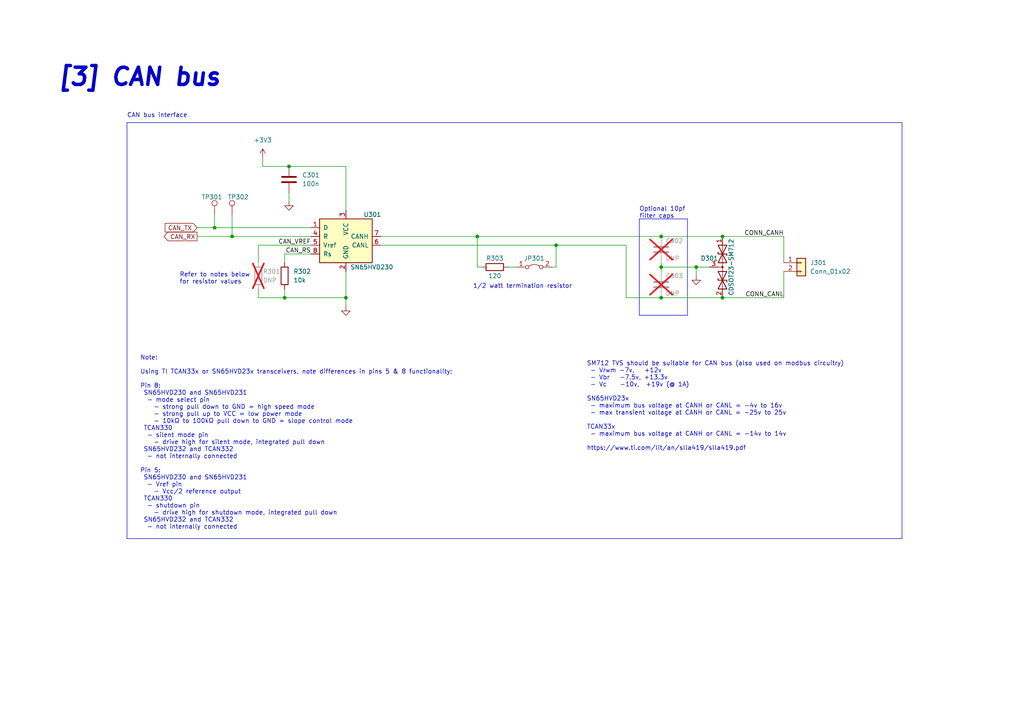
<source format=kicad_sch>
(kicad_sch (version 20230121) (generator eeschema)
  (paper "A4")
  (title_block (title "grblPANEL") (date "2022-12-12") (rev "B") (company "dresco"))
  (lib_symbols
    (symbol "Connector:TestPoint" (pin_numbers hide) (pin_names (offset 0.762) hide)
      (property "Reference" "TP" (at 0 6.858 0))
      (property "Value" "TestPoint" (at 0 5.08 0))
      (symbol "TestPoint_0_1"
        (circle (center 0 3.302) (radius 0.762))
      )
      (symbol "TestPoint_1_1"
        (pin passive line (at 0 0 90) (length 2.54) (name "1") (number "1"))
      )
    )
    (symbol "Connector_Generic:Conn_01x02" (pin_names (offset 1.016) hide)
      (property "Reference" "J" (at 0 2.54 0))
      (property "Value" "Conn_01x02" (at 0 -5.08 0))
      (symbol "Conn_01x02_1_1"
        (rectangle (start -1.27 -2.413) (end 0 -2.667) (stroke (width 0.1524)))
        (rectangle (start -1.27 0.127) (end 0 -0.127) (stroke (width 0.1524)))
        (rectangle (start -1.27 1.27) (end 1.27 -3.81) (stroke (width 0.254)) (fill (type background)))
        (pin passive line (at -5.08 0 0) (length 3.81) (name "Pin_1") (number "1"))
        (pin passive line (at -5.08 -2.54 0) (length 3.81) (name "Pin_2") (number "2"))
      )
    )
    (symbol "Device:C" (pin_numbers hide) (pin_names (offset 0.254))
      (property "Reference" "C" (at 0.635 2.54 0))
      (property "Value" "C" (at 0.635 -2.54 0))
      (symbol "C_0_1"
        (polyline (pts (xy -2.032 -0.762) (xy 2.032 -0.762)) (stroke (width 0.508)))
        (polyline (pts (xy -2.032 0.762) (xy 2.032 0.762)) (stroke (width 0.508)))
      )
      (symbol "C_1_1"
        (pin passive line (at 0 3.81 270) (length 2.794) (name "~") (number "1"))
        (pin passive line (at 0 -3.81 90) (length 2.794) (name "~") (number "2"))
      )
    )
    (symbol "Device:D_TVS_Dual_AAC" (pin_names (offset 1.016) hide)
      (property "Reference" "D" (at 0 4.445 0))
      (property "Value" "D_TVS_Dual_AAC" (at 0 2.54 0))
      (symbol "D_TVS_Dual_AAC_0_0"
        (polyline (pts (xy 0 -1.27) (xy 0 0)))
      )
      (symbol "D_TVS_Dual_AAC_0_1"
        (polyline (pts (xy -6.35 0) (xy 6.35 0)))
        (polyline (pts (xy -3.302 1.27) (xy -3.81 1.27) (xy -3.81 -1.27) (xy -4.318 -1.27)) (stroke (width 0.254)))
        (polyline (pts (xy 4.318 1.27) (xy 3.81 1.27) (xy 3.81 -1.27) (xy 3.302 -1.27)) (stroke (width 0.254)))
        (polyline (pts (xy -6.35 1.27) (xy -1.27 -1.27) (xy -1.27 1.27) (xy -6.35 -1.27) (xy -6.35 1.27)) (stroke (width 0.254)))
        (polyline (pts (xy 6.35 1.27) (xy 1.27 -1.27) (xy 1.27 1.27) (xy 6.35 -1.27) (xy 6.35 1.27)) (stroke (width 0.254)))
        (circle (center 0 0) (radius 0.254) (fill (type outline)))
      )
      (symbol "D_TVS_Dual_AAC_1_1"
        (pin passive line (at -8.89 0 0) (length 2.54) (name "A1") (number "1"))
        (pin passive line (at 8.89 0 180) (length 2.54) (name "A2") (number "2"))
        (pin input line (at 0 -3.81 90) (length 2.54) (name "common") (number "3"))
      )
    )
    (symbol "Device:R" (pin_numbers hide) (pin_names (offset 0))
      (property "Reference" "R" (at 2.032 0 90))
      (property "Value" "R" (at 0 0 90))
      (symbol "R_0_1"
        (rectangle (start -1.016 -2.54) (end 1.016 2.54) (stroke (width 0.254)))
      )
      (symbol "R_1_1"
        (pin passive line (at 0 3.81 270) (length 1.27) (name "~") (number "1"))
        (pin passive line (at 0 -3.81 90) (length 1.27) (name "~") (number "2"))
      )
    )
    (symbol "Interface_CAN_LIN:SN65HVD230" (pin_names (offset 1.016))
      (property "Reference" "U" (at -2.54 10.16 0))
      (property "Value" "SN65HVD230" (at -2.54 7.62 0))
      (symbol "SN65HVD230_0_1"
        (rectangle (start -7.62 5.08) (end 7.62 -7.62) (stroke (width 0.254)) (fill (type background)))
      )
      (symbol "SN65HVD230_1_1"
        (pin input line (at -10.16 2.54 0) (length 2.54) (name "D") (number "1"))
        (pin power_in line (at 0 -10.16 90) (length 2.54) (name "GND") (number "2"))
        (pin power_in line (at 0 7.62 270) (length 2.54) (name "VCC") (number "3"))
        (pin output line (at -10.16 0 0) (length 2.54) (name "R") (number "4"))
        (pin output line (at -10.16 -2.54 0) (length 2.54) (name "Vref") (number "5"))
        (pin bidirectional line (at 10.16 -2.54 180) (length 2.54) (name "CANL") (number "6"))
        (pin bidirectional line (at 10.16 0 180) (length 2.54) (name "CANH") (number "7"))
        (pin input line (at -10.16 -5.08 0) (length 2.54) (name "Rs") (number "8"))
      )
    )
    (symbol "Jumper:Jumper_2_Bridged" (pin_names (offset 0) hide)
      (property "Reference" "JP" (at 0 1.905 0))
      (property "Value" "Jumper_2_Bridged" (at 0 -2.54 0))
      (symbol "Jumper_2_Bridged_0_0"
        (circle (center -2.032 0) (radius 0.508))
        (circle (center 2.032 0) (radius 0.508))
      )
      (symbol "Jumper_2_Bridged_0_1"
        (arc (start 1.524 0.254) (mid 0 0.762) (end -1.524 0.254))
      )
      (symbol "Jumper_2_Bridged_1_1"
        (pin passive line (at -5.08 0 0) (length 2.54) (name "A") (number "1"))
        (pin passive line (at 5.08 0 180) (length 2.54) (name "B") (number "2"))
      )
    )
    (symbol "power:+3V3" (power) (pin_names (offset 0))
      (property "Value" "+3V3" (at 0 3.556 0))
      (symbol "+3V3_0_1"
        (polyline (pts (xy -0.762 1.27) (xy 0 2.54)))
        (polyline (pts (xy 0 0) (xy 0 2.54)))
        (polyline (pts (xy 0 2.54) (xy 0.762 1.27)))
      )
      (symbol "+3V3_1_1"
        (pin power_in line (at 0 0 90) (length 0) hide (name "+3V3") (number "1"))
      )
    )
    (symbol "power:GND" (power) (pin_names (offset 0))
      (property "Value" "GND" (at 0 -3.81 0))
      (symbol "GND_0_1"
        (polyline (pts (xy 0 0) (xy 0 -1.27) (xy 1.27 -1.27) (xy 0 -2.54) (xy -1.27 -1.27) (xy 0 -1.27)))
      )
      (symbol "GND_1_1"
        (pin power_in line (at 0 0 270) (length 0) hide (name "GND") (number "1"))
      )
    )
  )
  (junction (at 82.55 86.36))
  (junction (at 209.55 86.36))
  (junction (at 191.77 86.36))
  (junction (at 191.77 68.58))
  (junction (at 209.55 68.58))
  (junction (at 201.93 77.47))
  (junction (at 138.43 68.58))
  (junction (at 62.23 66.04))
  (junction (at 161.29 71.12))
  (junction (at 67.31 68.58))
  (junction (at 191.77 77.47))
  (junction (at 100.33 86.36))
  (junction (at 83.82 48.26))
  (polyline (pts (xy 261.62 156.21) (xy 36.83 156.21)))
  (wire (pts (xy 83.82 48.26) (xy 100.33 48.26)))
  (wire (pts (xy 82.55 73.66) (xy 82.55 76.2)))
  (polyline (pts (xy 199.39 91.44) (xy 185.42 91.44)))
  (wire (pts (xy 138.43 77.47) (xy 139.7 77.47)))
  (wire (pts (xy 62.23 66.04) (xy 90.17 66.04)))
  (wire (pts (xy 76.2 45.72) (xy 76.2 48.26)))
  (wire (pts (xy 82.55 73.66) (xy 90.17 73.66)))
  (wire (pts (xy 57.15 66.04) (xy 62.23 66.04)))
  (polyline (pts (xy 199.39 63.5) (xy 199.39 91.44)))
  (wire (pts (xy 205.74 77.47) (xy 201.93 77.47)))
  (wire (pts (xy 83.82 55.88) (xy 83.82 58.42)))
  (wire (pts (xy 67.31 68.58) (xy 90.17 68.58)))
  (wire (pts (xy 181.61 71.12) (xy 181.61 86.36)))
  (wire (pts (xy 82.55 86.36) (xy 100.33 86.36)))
  (wire (pts (xy 62.23 62.23) (xy 62.23 66.04)))
  (wire (pts (xy 191.77 68.58) (xy 209.55 68.58)))
  (polyline (pts (xy 185.42 63.5) (xy 199.39 63.5)))
  (wire (pts (xy 110.49 71.12) (xy 161.29 71.12)))
  (polyline (pts (xy 261.62 35.56) (xy 261.62 156.21)))
  (wire (pts (xy 227.33 78.74) (xy 227.33 86.36)))
  (wire (pts (xy 74.93 86.36) (xy 82.55 86.36)))
  (wire (pts (xy 100.33 48.26) (xy 100.33 60.96)))
  (wire (pts (xy 100.33 78.74) (xy 100.33 86.36)))
  (wire (pts (xy 100.33 86.36) (xy 100.33 88.9)))
  (polyline (pts (xy 185.42 63.5) (xy 185.42 91.44)))
  (wire (pts (xy 110.49 68.58) (xy 138.43 68.58)))
  (polyline (pts (xy 36.83 35.56) (xy 261.62 35.56)))
  (wire (pts (xy 57.15 68.58) (xy 67.31 68.58)))
  (wire (pts (xy 74.93 71.12) (xy 90.17 71.12)))
  (wire (pts (xy 191.77 76.2) (xy 191.77 77.47)))
  (wire (pts (xy 82.55 83.82) (xy 82.55 86.36)))
  (wire (pts (xy 161.29 71.12) (xy 161.29 77.47)))
  (wire (pts (xy 201.93 77.47) (xy 191.77 77.47)))
  (wire (pts (xy 138.43 68.58) (xy 191.77 68.58)))
  (wire (pts (xy 161.29 71.12) (xy 181.61 71.12)))
  (wire (pts (xy 138.43 68.58) (xy 138.43 77.47)))
  (wire (pts (xy 209.55 86.36) (xy 191.77 86.36)))
  (wire (pts (xy 147.32 77.47) (xy 149.86 77.47)))
  (wire (pts (xy 227.33 76.2) (xy 227.33 68.58)))
  (wire (pts (xy 181.61 86.36) (xy 191.77 86.36)))
  (polyline (pts (xy 36.83 156.21) (xy 36.83 35.56)))
  (wire (pts (xy 209.55 68.58) (xy 227.33 68.58)))
  (wire (pts (xy 67.31 62.23) (xy 67.31 68.58)))
  (wire (pts (xy 191.77 77.47) (xy 191.77 78.74)))
  (wire (pts (xy 74.93 83.82) (xy 74.93 86.36)))
  (wire (pts (xy 201.93 77.47) (xy 201.93 80.01)))
  (wire (pts (xy 160.02 77.47) (xy 161.29 77.47)))
  (wire (pts (xy 227.33 86.36) (xy 209.55 86.36)))
  (wire (pts (xy 74.93 76.2) (xy 74.93 71.12)))
  (wire (pts (xy 76.2 48.26) (xy 83.82 48.26)))
  (text "Note:\n\nUsing TI TCAN33x or SN65HVD23x transceivers, note differences in pins 5 & 8 functionality;\n\nPin 8:\n SN65HVD230 and SN65HVD231\n  - mode select pin\n    - strong pull down to GND = high speed mode\n    - strong pull up to VCC = low power mode\n    - 10kΩ to 100kΩ pull down to GND = slope control mode\n TCAN330\n  - silent mode pin\n    - drive high for silent mode, integrated pull down\n SN65HVD232 and TCAN332\n  - not internally connected\n\nPin 5:\n SN65HVD230 and SN65HVD231\n  - Vref pin \n    - Vcc/2 reference output\n TCAN330\n  - shutdown pin\n    - drive high for shutdown mode, integrated pull down\n SN65HVD232 and TCAN332\n  - not internally connected" (at 40.64 153.67 0) (effects (font (size 1.27 1.27)) (justify left bottom)))
  (text "[3] CAN bus" (at 16.51 25.4 0) (effects (font (size 5 5) (thickness 1) bold italic) (justify left bottom)))
  (text "CAN bus interface" (at 36.83 34.29 0) (effects (font (size 1.27 1.27)) (justify left bottom)))
  (text "SM712 TVS should be suitable for CAN bus (also used on modbus circuitry)\n - Vrwm -7v,   +12v\n - Vbr   -7.5v, +13.3v\n - Vc    -10v,  +19v (@ 1A)\n\nSN65HVD23x\n - maximum bus voltage at CANH or CANL = -4v to 16v\n - max transient voltage at CANH or CANL = -25v to 25v\n\nTCAN33x\n - maximum bus voltage at CANH or CANL = -14v to 14v\n\nhttps://www.ti.com/lit/an/slla419/slla419.pdf\n" (at 170.18 130.81 0) (effects (font (size 1.27 1.27)) (justify left bottom)))
  (text "Refer to notes below\nfor resistor values" (at 52.07 82.55 0) (effects (font (size 1.27 1.27)) (justify left bottom)))
  (text "1/2 watt termination resistor" (at 137.16 83.82 0) (effects (font (size 1.27 1.27)) (justify left bottom)))
  (text "Optional 10pf\nfilter caps" (at 185.42 63.5 0) (effects (font (size 1.27 1.27)) (justify left bottom)))
  (label "CAN_RS" (at 90.17 73.66 180))
  (label "CONN_CANH" (at 227.33 68.58 180))
  (label "CAN_VREF" (at 90.17 71.12 180))
  (label "CONN_CANL" (at 227.33 86.36 180))
  (global_label "CAN_RX" (shape output) (at 57.15 68.58 180) (property "Intersheetrefs" "${INTERSHEET_REFS}" (effects hide)))
  (global_label "CAN_TX" (shape input) (at 57.15 66.04 180) (property "Intersheetrefs" "${INTERSHEET_REFS}" (effects hide)))
  (symbol (lib_id "power:GND") (at 83.82 58.42 0) (unit 1)
    (property "Reference" "#PWR0302" (effects hide))
    (property "Value" "GND" (effects hide))
  )
  (symbol (lib_id "Device:D_TVS_Dual_AAC") (at 209.55 77.47 270) (unit 1)
    (property "Reference" "D301" (at 203.2 74.93 90) (effects (justify left)))
    (property "Value" "CDSOT23-SM712" (at 212.09 69.215 0) (effects (justify left)))
    (property "Footprint" "Package_TO_SOT_SMD:SOT-23" (effects hide))
  )
  (symbol (lib_id "Jumper:Jumper_2_Bridged") (at 154.94 77.47 0) (unit 1)
    (property "Reference" "JP301" (at 154.94 74.93 0))
    (property "Value" "Jumper_2_Bridged" (effects hide))
    (property "Footprint" "Connector_PinHeader_2.54mm:PinHeader_1x02_P2.54mm_Vertical" (effects hide))
  )
  (symbol (lib_id "Device:R") (at 82.55 80.01 0) (unit 1)
    (property "Reference" "R302" (at 85.09 78.7399 0) (effects (justify left)))
    (property "Value" "10k" (at 85.09 81.2799 0) (effects (justify left)))
    (property "Footprint" "Resistor_SMD:R_0603_1608Metric" (effects hide))
  )
  (symbol (lib_id "Connector:TestPoint") (at 62.23 62.23 0) (unit 1)
    (property "Reference" "TP301" (at 58.42 57.15 0) (effects (justify left)))
    (property "Value" "TestPoint" (effects hide))
    (property "Footprint" "TestPoint:TestPoint_THTPad_D2.0mm_Drill1.0mm" (effects hide))
  )
  (symbol (lib_id "Device:R") (at 143.51 77.47 90) (unit 1)
    (property "Reference" "R303" (at 143.51 74.93 90))
    (property "Value" "120" (at 143.51 80.01 90))
    (property "Footprint" "Resistor_SMD:R_0603_1608Metric" (effects hide))
  )
  (symbol (lib_id "Connector_Generic:Conn_01x02") (at 232.41 76.2 0) (unit 1)
    (property "Reference" "J301" (at 234.95 76.1999 0) (effects (justify left)))
    (property "Value" "Conn_01x02" (at 234.95 78.7399 0) (effects (justify left)))
    (property "Footprint" "TerminalBlock_Phoenix:TerminalBlock_Phoenix_PT-1,5-2-3.5-H_1x02_P3.50mm_Horizontal" (effects hide))
  )
  (symbol (lib_id "power:GND") (at 201.93 80.01 0) (unit 1)
    (property "Reference" "#PWR0304" (effects hide))
    (property "Value" "GND" (effects hide))
  )
  (symbol (lib_id "Connector:TestPoint") (at 67.31 62.23 0) (unit 1)
    (property "Reference" "TP302" (at 66.04 57.15 0) (effects (justify left)))
    (property "Value" "TestPoint" (effects hide))
    (property "Footprint" "TestPoint:TestPoint_THTPad_D2.0mm_Drill1.0mm" (effects hide))
  )
  (symbol (lib_id "Device:C") (at 191.77 82.55 0) (unit 1) (dnp yes)
    (property "Reference" "C303" (at 193.04 80.01 0) (effects (justify left)))
    (property "Value" "DNP" (at 193.04 85.09 0) (effects (justify left)))
    (property "Footprint" "Capacitor_SMD:C_0603_1608Metric" (effects hide))
  )
  (symbol (lib_id "Device:C") (at 191.77 72.39 0) (unit 1) (dnp yes)
    (property "Reference" "C302" (at 193.04 69.85 0) (effects (justify left)))
    (property "Value" "DNP" (at 193.04 74.93 0) (effects (justify left)))
    (property "Footprint" "Capacitor_SMD:C_0603_1608Metric" (effects hide))
  )
  (symbol (lib_id "power:GND") (at 100.33 88.9 0) (unit 1)
    (property "Reference" "#PWR0303" (effects hide))
    (property "Value" "GND" (effects hide))
  )
  (symbol (lib_id "Device:C") (at 83.82 52.07 0) (unit 1)
    (property "Reference" "C301" (at 87.63 50.7999 0) (effects (justify left)))
    (property "Value" "100n" (at 87.63 53.3399 0) (effects (justify left)))
    (property "Footprint" "Capacitor_SMD:C_0603_1608Metric" (effects hide))
  )
  (symbol (lib_id "Interface_CAN_LIN:SN65HVD230") (at 100.33 68.58 0) (unit 1)
    (property "Reference" "U301" (at 105.41 62.23 0) (effects (justify left)))
    (property "Value" "SN65HVD230" (at 101.6 77.47 0) (effects (justify left)))
    (property "Footprint" "Package_SO:SOIC-8_3.9x4.9mm_P1.27mm" (effects hide))
    (property "Datasheet" "http://www.ti.com/lit/ds/symlink/sn65hvd230.pdf" (effects hide))
  )
  (symbol (lib_id "Device:R") (at 74.93 80.01 0) (unit 1) (dnp yes)
    (property "Reference" "R301" (at 76.2 78.74 0) (effects (justify left)))
    (property "Value" "DNP" (at 76.2 81.28 0) (effects (justify left)))
    (property "Footprint" "Resistor_SMD:R_0603_1608Metric" (effects hide))
  )
  (symbol (lib_id "power:+3V3") (at 76.2 45.72 0) (unit 1)
    (property "Reference" "#PWR0301" (effects hide))
    (property "Value" "+3V3" (at 76.2 40.64 0))
  )
)
</source>
